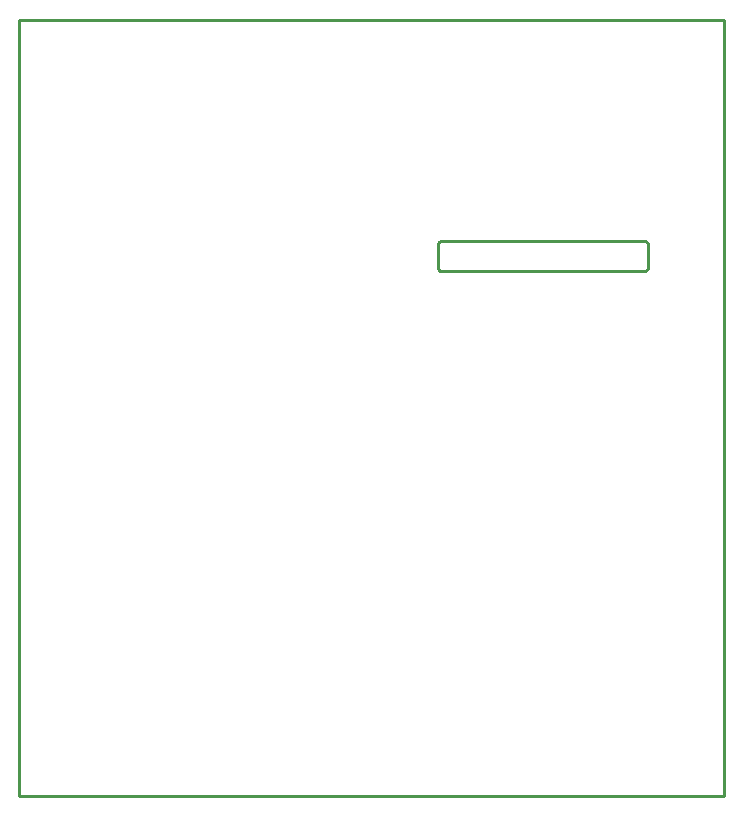
<source format=gbr>
G04 EAGLE Gerber RS-274X export*
G75*
%MOMM*%
%FSLAX34Y34*%
%LPD*%
%IN*%
%IPPOS*%
%AMOC8*
5,1,8,0,0,1.08239X$1,22.5*%
G01*
%ADD10C,0.254000*%


D10*
X39350Y25400D02*
X636270Y25400D01*
X636270Y682070D01*
X39350Y682070D01*
X39350Y25400D01*
X393700Y473075D02*
X393712Y472798D01*
X393748Y472524D01*
X393808Y472253D01*
X393891Y471989D01*
X393997Y471733D01*
X394125Y471488D01*
X394274Y471254D01*
X394443Y471034D01*
X394630Y470830D01*
X394834Y470643D01*
X395054Y470474D01*
X395288Y470325D01*
X395533Y470197D01*
X395789Y470091D01*
X396053Y470008D01*
X396324Y469948D01*
X396598Y469912D01*
X396875Y469900D01*
X568325Y469900D01*
X568602Y469912D01*
X568876Y469948D01*
X569147Y470008D01*
X569411Y470091D01*
X569667Y470197D01*
X569913Y470325D01*
X570146Y470474D01*
X570366Y470643D01*
X570570Y470830D01*
X570757Y471034D01*
X570926Y471254D01*
X571075Y471488D01*
X571203Y471733D01*
X571309Y471989D01*
X571392Y472253D01*
X571452Y472524D01*
X571488Y472798D01*
X571500Y473075D01*
X571500Y492125D01*
X571488Y492402D01*
X571452Y492676D01*
X571392Y492947D01*
X571309Y493211D01*
X571203Y493467D01*
X571075Y493713D01*
X570926Y493946D01*
X570757Y494166D01*
X570570Y494370D01*
X570366Y494557D01*
X570146Y494726D01*
X569913Y494875D01*
X569667Y495003D01*
X569411Y495109D01*
X569147Y495192D01*
X568876Y495252D01*
X568602Y495288D01*
X568325Y495300D01*
X396875Y495300D01*
X396598Y495288D01*
X396324Y495252D01*
X396053Y495192D01*
X395789Y495109D01*
X395533Y495003D01*
X395288Y494875D01*
X395054Y494726D01*
X394834Y494557D01*
X394630Y494370D01*
X394443Y494166D01*
X394274Y493946D01*
X394125Y493713D01*
X393997Y493467D01*
X393891Y493211D01*
X393808Y492947D01*
X393748Y492676D01*
X393712Y492402D01*
X393700Y492125D01*
X393700Y473075D01*
M02*

</source>
